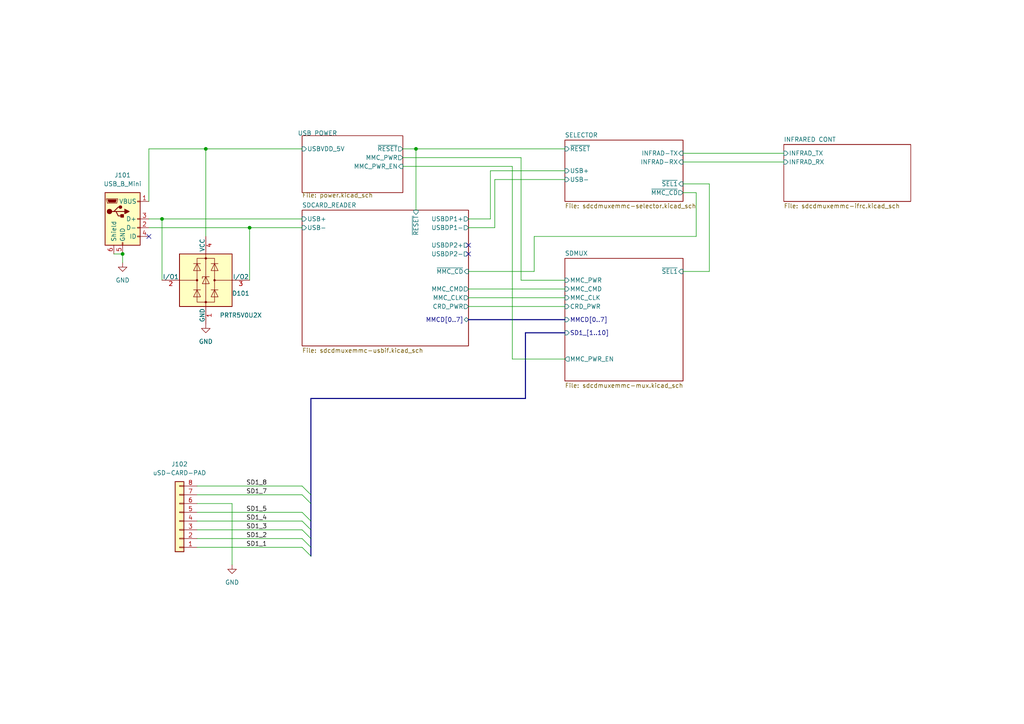
<source format=kicad_sch>
(kicad_sch (version 20230121) (generator eeschema)
  (paper "A4")
  (title_block (title "SDCDMUX-eMMC") (date "2023-05-02") (rev "Rev1") (company "HNZ") (comment 1 "Licensed under CC-BY-SA V4.0") (comment 2 "2023 (C) Hiroshi Nakajima <hnakamiru1103@gmail.com>"))
  (lib_symbols
    (symbol "GND_1" (power) (pin_names (offset 0))
      (property "Value" "GND_1" (at 0 -3.81 0))
      (symbol "GND_1_0_1"
        (polyline (pts (xy 0 0) (xy 0 -1.27) (xy 1.27 -1.27) (xy 0 -2.54) (xy -1.27 -1.27) (xy 0 -1.27)))
      )
      (symbol "GND_1_1_1"
        (pin power_in line (at 0 0 270) (length 0) hide (name "GND") (number "1"))
      )
    )
    (symbol "GND_2" (power) (pin_names (offset 0))
      (property "Value" "GND_2" (at 0 -3.81 0))
      (symbol "GND_2_0_1"
        (polyline (pts (xy 0 0) (xy 0 -1.27) (xy 1.27 -1.27) (xy 0 -2.54) (xy -1.27 -1.27) (xy 0 -1.27)))
      )
      (symbol "GND_2_1_1"
        (pin power_in line (at 0 0 270) (length 0) hide (name "GND") (number "1"))
      )
    )
    (symbol "tbctl:PRTR5V0U2X" (pin_names (offset 0))
      (property "Reference" "D" (at 2.794 8.636 0))
      (property "Value" "PRTR5V0U2X" (at 8.128 -9.398 0))
      (symbol "PRTR5V0U2X_0_1"
        (rectangle (start -7.62 -7.62) (end 7.62 7.62) (stroke (width 0.254)) (fill (type background)))
        (circle (center -2.54 0) (radius 0.254) (fill (type outline)))
        (rectangle (start -2.54 6.35) (end 2.54 -6.35))
        (circle (center 0 -6.35) (radius 0.254) (fill (type outline)))
        (polyline (pts (xy -2.54 0) (xy -7.62 0)))
        (polyline (pts (xy -1.524 -2.794) (xy -3.556 -2.794)))
        (polyline (pts (xy -1.524 4.826) (xy -3.556 4.826)))
        (polyline (pts (xy 0 -7.62) (xy 0 7.62)))
        (polyline (pts (xy 1.524 -2.794) (xy 3.556 -2.794)))
        (polyline (pts (xy 1.524 4.826) (xy 3.556 4.826)))
        (polyline (pts (xy 2.54 0) (xy 7.62 0)))
        (polyline (pts (xy 1.016 1.016) (xy -1.016 1.016) (xy -1.016 0.508)))
        (polyline (pts (xy -3.556 -4.826) (xy -1.524 -4.826) (xy -2.54 -2.794) (xy -3.556 -4.826)))
        (polyline (pts (xy -3.556 2.794) (xy -1.524 2.794) (xy -2.54 4.826) (xy -3.556 2.794)))
        (polyline (pts (xy -1.016 -1.016) (xy 1.016 -1.016) (xy 0 1.016) (xy -1.016 -1.016)))
        (polyline (pts (xy 3.556 -4.826) (xy 1.524 -4.826) (xy 2.54 -2.794) (xy 3.556 -4.826)))
        (polyline (pts (xy 3.556 2.794) (xy 1.524 2.794) (xy 2.54 4.826) (xy 3.556 2.794)))
        (circle (center 0 6.35) (radius 0.254) (fill (type outline)))
        (circle (center 2.54 0) (radius 0.254) (fill (type outline)))
      )
      (symbol "PRTR5V0U2X_1_1"
        (pin passive line (at 0 -12.7 90) (length 5.08) (name "GND") (number "1"))
        (pin passive line (at -12.7 0 0) (length 5.08) (name "I/O1") (number "2"))
        (pin passive line (at 12.7 0 180) (length 5.08) (name "I/O2") (number "3"))
        (pin passive line (at 0 12.7 270) (length 5.08) (name "VCC") (number "4"))
      )
    )
    (symbol "tbctl:USB_B_Mini" (pin_names (offset 1.016))
      (property "Reference" "J" (at -5.08 11.43 0))
      (property "Value" "USB_B_Mini" (at -5.08 8.89 0))
      (symbol "USB_B_Mini_0_1"
        (rectangle (start -5.08 -7.62) (end 5.08 7.62) (stroke (width 0.254)) (fill (type background)))
        (circle (center -3.81 2.159) (radius 0.635) (stroke (width 0.254)) (fill (type outline)))
        (circle (center -0.635 3.429) (radius 0.381) (stroke (width 0.254)) (fill (type outline)))
        (rectangle (start -0.127 -7.62) (end 0.127 -6.858))
        (polyline (pts (xy -1.905 2.159) (xy 0.635 2.159)) (stroke (width 0.254)))
        (polyline (pts (xy -3.175 2.159) (xy -2.54 2.159) (xy -1.27 3.429) (xy -0.635 3.429)) (stroke (width 0.254)))
        (polyline (pts (xy -2.54 2.159) (xy -1.905 2.159) (xy -1.27 0.889) (xy 0 0.889)) (stroke (width 0.254)))
        (polyline (pts (xy 0.635 2.794) (xy 0.635 1.524) (xy 1.905 2.159) (xy 0.635 2.794)) (stroke (width 0.254)) (fill (type outline)))
        (polyline (pts (xy -4.318 5.588) (xy -1.778 5.588) (xy -2.032 4.826) (xy -4.064 4.826) (xy -4.318 5.588)) (fill (type outline)))
        (polyline (pts (xy -4.699 5.842) (xy -4.699 5.588) (xy -4.445 4.826) (xy -4.445 4.572) (xy -1.651 4.572) (xy -1.651 4.826) (xy -1.397 5.588) (xy -1.397 5.842) (xy -4.699 5.842)))
        (rectangle (start 0.254 1.27) (end -0.508 0.508) (stroke (width 0.254)) (fill (type outline)))
        (rectangle (start 5.08 -5.207) (end 4.318 -4.953))
        (rectangle (start 5.08 -2.667) (end 4.318 -2.413))
        (rectangle (start 5.08 -0.127) (end 4.318 0.127))
        (rectangle (start 5.08 4.953) (end 4.318 5.207))
      )
      (symbol "USB_B_Mini_1_1"
        (pin power_out line (at 7.62 5.08 180) (length 2.54) (name "VBUS") (number "1"))
        (pin bidirectional line (at 7.62 -2.54 180) (length 2.54) (name "D-") (number "2"))
        (pin bidirectional line (at 7.62 0 180) (length 2.54) (name "D+") (number "3"))
        (pin passive line (at 7.62 -5.08 180) (length 2.54) (name "ID") (number "4"))
        (pin power_out line (at 0 -10.16 90) (length 2.54) (name "GND") (number "5"))
        (pin passive line (at -2.54 -10.16 90) (length 2.54) (name "Shield") (number "6"))
      )
    )
    (symbol "tbctl:uSD-CARD-PAD" (pin_names (offset 1.016) hide)
      (property "Reference" "J" (at 0 10.16 0))
      (property "Value" "uSD-CARD-PAD" (at 0 -12.7 0))
      (symbol "uSD-CARD-PAD_1_1"
        (rectangle (start -1.27 -10.033) (end 0 -10.287) (stroke (width 0.1524)))
        (rectangle (start -1.27 -7.493) (end 0 -7.747) (stroke (width 0.1524)))
        (rectangle (start -1.27 -4.953) (end 0 -5.207) (stroke (width 0.1524)))
        (rectangle (start -1.27 -2.413) (end 0 -2.667) (stroke (width 0.1524)))
        (rectangle (start -1.27 0.127) (end 0 -0.127) (stroke (width 0.1524)))
        (rectangle (start -1.27 2.667) (end 0 2.413) (stroke (width 0.1524)))
        (rectangle (start -1.27 5.207) (end 0 4.953) (stroke (width 0.1524)))
        (rectangle (start -1.27 7.747) (end 0 7.493) (stroke (width 0.1524)))
        (rectangle (start -1.27 8.89) (end 1.27 -11.43) (stroke (width 0.254)) (fill (type background)))
        (pin passive line (at -5.08 7.62 0) (length 3.81) (name "Pin_1") (number "1"))
        (pin passive line (at -5.08 5.08 0) (length 3.81) (name "Pin_2") (number "2"))
        (pin passive line (at -5.08 2.54 0) (length 3.81) (name "Pin_3") (number "3"))
        (pin passive line (at -5.08 0 0) (length 3.81) (name "Pin_4") (number "4"))
        (pin passive line (at -5.08 -2.54 0) (length 3.81) (name "Pin_5") (number "5"))
        (pin passive line (at -5.08 -5.08 0) (length 3.81) (name "Pin_6") (number "6"))
        (pin passive line (at -5.08 -7.62 0) (length 3.81) (name "Pin_7") (number "7"))
        (pin passive line (at -5.08 -10.16 0) (length 3.81) (name "Pin_8") (number "8"))
      )
    )
  )
  (junction (at 72.39 66.04))
  (junction (at 46.99 63.5))
  (junction (at 120.65 43.18))
  (junction (at 35.56 73.66))
  (junction (at 59.69 43.18))
  (no_connect (at 135.89 71.12))
  (no_connect (at 43.18 68.58))
  (no_connect (at 135.89 73.66))
  (bus_entry (at 87.63 158.75) (size 2.54 2.54))
  (bus_entry (at 87.63 156.21) (size 2.54 2.54))
  (bus_entry (at 87.63 140.97) (size 2.54 2.54))
  (bus_entry (at 87.63 153.67) (size 2.54 2.54))
  (bus_entry (at 87.63 148.59) (size 2.54 2.54))
  (bus_entry (at 87.63 143.51) (size 2.54 2.54))
  (bus_entry (at 87.63 151.13) (size 2.54 2.54))
  (wire (pts (xy 43.18 43.18) (xy 59.69 43.18)))
  (wire (pts (xy 57.15 153.67) (xy 87.63 153.67)))
  (bus (pts (xy 90.17 146.05) (xy 90.17 151.13)))
  (wire (pts (xy 35.56 73.66) (xy 35.56 76.2)))
  (bus (pts (xy 135.89 92.71) (xy 163.83 92.71)))
  (wire (pts (xy 57.15 143.51) (xy 87.63 143.51)))
  (wire (pts (xy 46.99 63.5) (xy 46.99 81.28)))
  (wire (pts (xy 198.12 53.34) (xy 205.74 53.34)))
  (wire (pts (xy 120.65 43.18) (xy 120.65 60.96)))
  (wire (pts (xy 201.93 55.88) (xy 201.93 68.58)))
  (wire (pts (xy 163.83 49.53) (xy 142.24 49.53)))
  (wire (pts (xy 57.15 146.05) (xy 67.31 146.05)))
  (wire (pts (xy 198.12 55.88) (xy 201.93 55.88)))
  (wire (pts (xy 72.39 66.04) (xy 72.39 81.28)))
  (wire (pts (xy 135.89 88.9) (xy 163.83 88.9)))
  (wire (pts (xy 57.15 151.13) (xy 87.63 151.13)))
  (wire (pts (xy 135.89 66.04) (xy 143.51 66.04)))
  (wire (pts (xy 151.13 45.72) (xy 151.13 81.28)))
  (bus (pts (xy 90.17 151.13) (xy 90.17 153.67)))
  (bus (pts (xy 152.4 96.52) (xy 163.83 96.52)))
  (wire (pts (xy 163.83 104.14) (xy 148.59 104.14)))
  (wire (pts (xy 33.02 73.66) (xy 35.56 73.66)))
  (wire (pts (xy 57.15 148.59) (xy 87.63 148.59)))
  (wire (pts (xy 59.69 43.18) (xy 59.69 68.58)))
  (wire (pts (xy 135.89 78.74) (xy 154.94 78.74)))
  (wire (pts (xy 205.74 78.74) (xy 198.12 78.74)))
  (bus (pts (xy 90.17 153.67) (xy 90.17 156.21)))
  (bus (pts (xy 90.17 115.57) (xy 90.17 143.51)))
  (wire (pts (xy 116.84 43.18) (xy 120.65 43.18)))
  (wire (pts (xy 120.65 43.18) (xy 163.83 43.18)))
  (wire (pts (xy 57.15 158.75) (xy 87.63 158.75)))
  (wire (pts (xy 151.13 81.28) (xy 163.83 81.28)))
  (wire (pts (xy 67.31 146.05) (xy 67.31 163.83)))
  (wire (pts (xy 205.74 53.34) (xy 205.74 78.74)))
  (wire (pts (xy 135.89 86.36) (xy 163.83 86.36)))
  (bus (pts (xy 90.17 158.75) (xy 90.17 161.29)))
  (wire (pts (xy 116.84 45.72) (xy 151.13 45.72)))
  (wire (pts (xy 154.94 68.58) (xy 154.94 78.74)))
  (wire (pts (xy 57.15 140.97) (xy 87.63 140.97)))
  (wire (pts (xy 198.12 46.99) (xy 227.33 46.99)))
  (bus (pts (xy 90.17 115.57) (xy 152.4 115.57)))
  (bus (pts (xy 90.17 158.75) (xy 90.17 156.21)))
  (wire (pts (xy 46.99 63.5) (xy 87.63 63.5)))
  (wire (pts (xy 135.89 83.82) (xy 163.83 83.82)))
  (wire (pts (xy 116.84 48.26) (xy 148.59 48.26)))
  (wire (pts (xy 201.93 68.58) (xy 154.94 68.58)))
  (wire (pts (xy 43.18 66.04) (xy 72.39 66.04)))
  (wire (pts (xy 135.89 63.5) (xy 142.24 63.5)))
  (wire (pts (xy 142.24 49.53) (xy 142.24 63.5)))
  (wire (pts (xy 198.12 44.45) (xy 227.33 44.45)))
  (bus (pts (xy 90.17 146.05) (xy 90.17 143.51)))
  (wire (pts (xy 163.83 52.07) (xy 143.51 52.07)))
  (wire (pts (xy 43.18 43.18) (xy 43.18 58.42)))
  (wire (pts (xy 59.69 43.18) (xy 87.63 43.18)))
  (wire (pts (xy 57.15 156.21) (xy 87.63 156.21)))
  (wire (pts (xy 43.18 63.5) (xy 46.99 63.5)))
  (wire (pts (xy 72.39 66.04) (xy 87.63 66.04)))
  (bus (pts (xy 152.4 115.57) (xy 152.4 96.52)))
  (wire (pts (xy 143.51 52.07) (xy 143.51 66.04)))
  (wire (pts (xy 148.59 104.14) (xy 148.59 48.26)))
  (label "SD1_7" (at 77.47 143.51 180))
  (label "SD1_2" (at 77.47 156.21 180))
  (label "SD1_3" (at 77.47 153.67 180))
  (label "SD1_8" (at 77.47 140.97 180))
  (label "SD1_1" (at 77.47 158.75 180))
  (label "SD1_4" (at 77.47 151.13 180))
  (label "SD1_5" (at 77.47 148.59 180))
  (symbol (lib_name "GND_2") (lib_id "power:GND") (at 35.56 76.2 0) (unit 1)
    (property "Reference" "#PWR0101" (effects hide))
    (property "Value" "GND" (at 35.56 81.28 0))
  )
  (symbol (lib_name "GND_2") (lib_id "power:GND") (at 59.69 93.98 0) (unit 1)
    (property "Reference" "#PWR0102" (effects hide))
    (property "Value" "GND" (at 59.69 99.06 0))
  )
  (symbol (lib_id "tbctl:USB_B_Mini") (at 35.56 63.5 0) (unit 1)
    (property "Reference" "J101" (at 35.56 50.8 0))
    (property "Value" "USB_B_Mini" (at 35.56 53.34 0))
    (property "Footprint" "tbctl:usb mini B connector c2235 dim 2" (effects hide))
  )
  (symbol (lib_id "tbctl:uSD-CARD-PAD") (at 52.07 151.13 180) (unit 1)
    (property "Reference" "J102" (at 52.07 134.62 0))
    (property "Value" "uSD-CARD-PAD" (at 52.07 137.16 0))
    (property "Footprint" "tbctl:uSD Card Pad" (effects hide))
  )
  (symbol (lib_id "tbctl:PRTR5V0U2X") (at 59.69 81.28 0) (unit 1)
    (property "Reference" "D101" (at 69.85 85.09 0))
    (property "Value" "PRTR5V0U2X" (at 69.85 91.44 0))
    (property "Footprint" "Package_TO_SOT_SMD:SOT-143" (effects hide))
    (property "Datasheet" "https://assets.nexperia.com/documents/data-sheet/PRTR5V0U2X.pdf" (effects hide))
  )
  (symbol (lib_name "GND_1") (lib_id "power:GND") (at 67.31 163.83 0) (unit 1)
    (property "Reference" "#PWR0103" (effects hide))
    (property "Value" "GND" (at 67.31 168.91 0))
  )
  (sheet (at 163.83 40.64) (size 34.29 17.78) (stroke (width 0.1524))
    (property "Sheetname" "SELECTOR" (at 163.83 39.9284 0) (effects (justify left bottom)))
    (property "Sheetfile" "sdcdmuxemmc-selector.kicad_sch" (at 163.83 59.0046 0) (effects (justify left top)))
    (pin "USB-" input (at 163.83 52.07 180))
    (pin "USB+" input (at 163.83 49.53 180))
    (pin "~{SEL1}" input (at 198.12 53.34 0))
    (pin "INFRAD-RX" input (at 198.12 46.99 0))
    (pin "INFRAD-TX" input (at 198.12 44.45 0))
    (pin "~{RESET}" input (at 163.83 43.18 180))
    (pin "~{MMC_CD}" output (at 198.12 55.88 0))
  )
  (sheet (at 87.63 39.37) (size 29.21 16.51) (stroke (width 0.1524))
    (property "Sheetname" "USB POWER" (at 86.36 39.37 0) (effects (justify left bottom)))
    (property "Sheetfile" "power.kicad_sch" (at 87.63 55.88 0) (effects (justify left top)))
    (pin "USBVDD_5V" input (at 87.63 43.18 180))
    (pin "~{RESET}" output (at 116.84 43.18 0))
    (pin "MMC_PWR" output (at 116.84 45.72 0))
    (pin "MMC_PWR_EN" input (at 116.84 48.26 0))
  )
  (sheet (at 227.33 41.91) (size 36.83 16.51) (stroke (width 0.1524))
    (property "Sheetname" "INFRARED CONT" (at 227.33 41.1984 0) (effects (justify left bottom)))
    (property "Sheetfile" "sdcdmuxemmc-ifrc.kicad_sch" (at 227.33 59.0046 0) (effects (justify left top)))
    (pin "INFRAD_TX" input (at 227.33 44.45 180))
    (pin "INFRAD_RX" input (at 227.33 46.99 180))
  )
  (sheet (at 87.63 60.96) (size 48.26 39.37) (stroke (width 0.1524))
    (property "Sheetname" "SDCARD_READER" (at 87.63 60.2484 0) (effects (justify left bottom)))
    (property "Sheetfile" "sdcdmuxemmc-usbif.kicad_sch" (at 87.63 100.9146 0) (effects (justify left top)))
    (pin "USBDP2+" output (at 135.89 71.12 0))
    (pin "USBDP1+" output (at 135.89 63.5 0))
    (pin "USBDP1-" output (at 135.89 66.04 0))
    (pin "USBDP2-" output (at 135.89 73.66 0))
    (pin "USB+" input (at 87.63 63.5 180))
    (pin "USB-" input (at 87.63 66.04 180))
    (pin "~{RESET}" input (at 120.65 60.96 90))
    (pin "MMC_CMD" output (at 135.89 83.82 0))
    (pin "~{MMC_CD}" input (at 135.89 78.74 0))
    (pin "MMC_CLK" output (at 135.89 86.36 0))
    (pin "MMCD[0..7]" bidirectional (at 135.89 92.71 0))
    (pin "CRD_PWR" output (at 135.89 88.9 0))
  )
  (sheet (at 163.83 74.93) (size 34.29 35.56) (stroke (width 0.1524))
    (property "Sheetname" "SDMUX" (at 163.83 74.2184 0) (effects (justify left bottom)))
    (property "Sheetfile" "sdcdmuxemmc-mux.kicad_sch" (at 163.83 111.0746 0) (effects (justify left top)))
    (pin "~{SEL1}" input (at 198.12 78.74 0))
    (pin "SD1_[1..10]" input (at 163.83 96.52 180))
    (pin "MMCD[0..7]" input (at 163.83 92.71 180))
    (pin "MMC_PWR" input (at 163.83 81.28 180))
    (pin "MMC_CLK" input (at 163.83 86.36 180))
    (pin "MMC_CMD" input (at 163.83 83.82 180))
    (pin "MMC_PWR_EN" output (at 163.83 104.14 180))
    (pin "CRD_PWR" input (at 163.83 88.9 180))
  )
)
</source>
